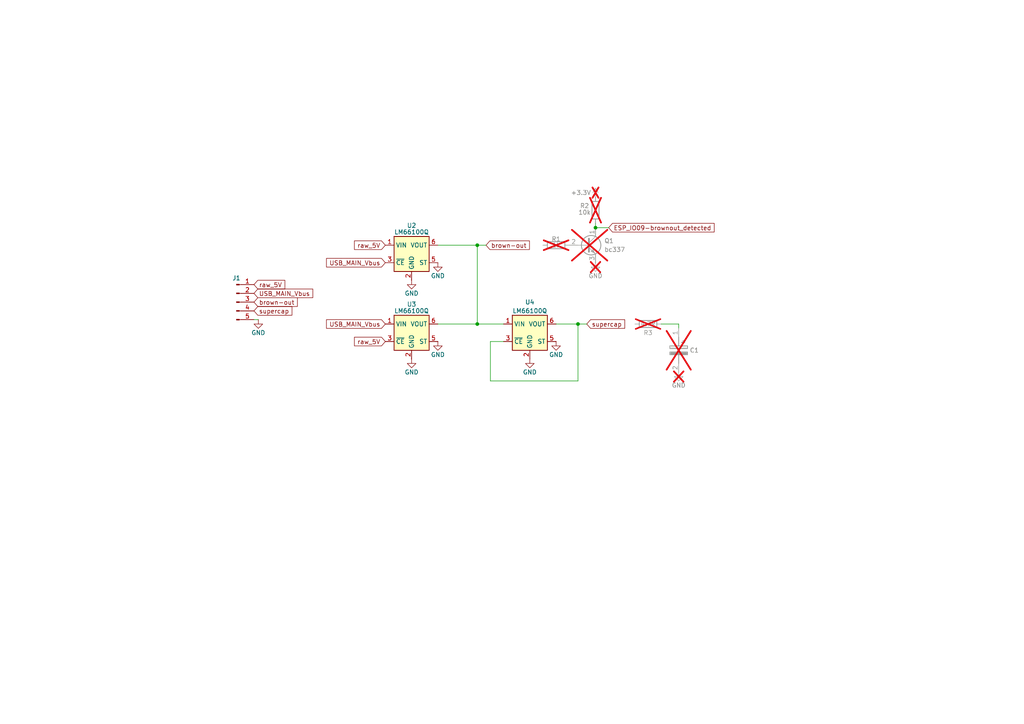
<source format=kicad_sch>
(kicad_sch (version 20250114) (generator "eeschema") (generator_version "9.0")
  (paper "A4")
  (lib_symbols
    (symbol "Connector:Conn_01x05_Pin" (pin_names (offset 1.016) (hide yes))
      (property "Reference" "J" (at 0 7.62 0))
      (property "Value" "Conn_01x05_Pin" (at 0 -7.62 0))
      (symbol "Conn_01x05_Pin_1_1"
        (rectangle (start 0.8636 5.207) (end 0 4.953) (stroke (width 0.1524)) (fill (type outline)))
        (rectangle (start 0.8636 2.667) (end 0 2.413) (stroke (width 0.1524)) (fill (type outline)))
        (rectangle (start 0.8636 0.127) (end 0 -0.127) (stroke (width 0.1524)) (fill (type outline)))
        (rectangle (start 0.8636 -2.413) (end 0 -2.667) (stroke (width 0.1524)) (fill (type outline)))
        (rectangle (start 0.8636 -4.953) (end 0 -5.207) (stroke (width 0.1524)) (fill (type outline)))
        (polyline (pts (xy 1.27 5.08) (xy 0.8636 5.08)) (stroke (width 0.1524)))
        (polyline (pts (xy 1.27 2.54) (xy 0.8636 2.54)) (stroke (width 0.1524)))
        (polyline (pts (xy 1.27 0) (xy 0.8636 0)) (stroke (width 0.1524)))
        (polyline (pts (xy 1.27 -2.54) (xy 0.8636 -2.54)) (stroke (width 0.1524)))
        (polyline (pts (xy 1.27 -5.08) (xy 0.8636 -5.08)) (stroke (width 0.1524)))
        (pin passive line (at 5.08 5.08 180) (length 3.81) (name "Pin_1") (number "1"))
        (pin passive line (at 5.08 2.54 180) (length 3.81) (name "Pin_2") (number "2"))
        (pin passive line (at 5.08 0 180) (length 3.81) (name "Pin_3") (number "3"))
        (pin passive line (at 5.08 -2.54 180) (length 3.81) (name "Pin_4") (number "4"))
        (pin passive line (at 5.08 -5.08 180) (length 3.81) (name "Pin_5") (number "5"))
      )
    )
    (symbol "Device:R" (pin_numbers (hide yes)) (pin_names (offset 0))
      (property "Reference" "R" (at 2.032 0 90))
      (property "Value" "R" (at 0 0 90))
      (symbol "R_0_1"
        (rectangle (start -1.016 -2.54) (end 1.016 2.54) (stroke (width 0.254)))
      )
      (symbol "R_1_1"
        (pin passive line (at 0 3.81 270) (length 1.27) (name "~") (number "1"))
        (pin passive line (at 0 -3.81 90) (length 1.27) (name "~") (number "2"))
      )
    )
    (symbol "Power_Management:LM66100DCK"
      (property "Reference" "U" (at -5.08 6.096 0))
      (property "Value" "LM66100DCK" (at 0.254 -6.35 0))
      (symbol "LM66100DCK_0_1"
        (rectangle (start -5.08 5.08) (end 5.08 -5.08) (stroke (width 0.254)) (fill (type background)))
      )
      (symbol "LM66100DCK_1_1"
        (pin power_in line (at -7.62 2.54 0) (length 2.54) (name "VIN") (number "1"))
        (pin input line (at -7.62 -2.54 0) (length 2.54) (name "~{CE}") (number "3"))
        (pin no_connect line (at 0 5.08 270) (length 2.54) (hide yes) (name "NC") (number "4"))
        (pin power_in line (at 0 -7.62 90) (length 2.54) (name "GND") (number "2"))
        (pin power_out line (at 7.62 2.54 180) (length 2.54) (name "VOUT") (number "6"))
        (pin open_collector line (at 7.62 -2.54 180) (length 2.54) (name "ST") (number "5"))
      )
    )
    (symbol "Transistor_BJT:BC337" (pin_names (offset 0) (hide yes))
      (property "Reference" "Q" (at 5.08 1.905 0))
      (property "Value" "BC337" (at 5.08 0 0))
      (symbol "BC337_0_1"
        (polyline (pts (xy -2.54 0) (xy 0.635 0)))
        (polyline (pts (xy 0.635 1.905) (xy 0.635 -1.905)) (stroke (width 0.508)))
        (circle (center 1.27 0) (radius 2.8194) (stroke (width 0.254)))
      )
      (symbol "BC337_1_1"
        (polyline (pts (xy 0.635 0.635) (xy 2.54 2.54)))
        (polyline (pts (xy 0.635 -0.635) (xy 2.54 -2.54)))
        (polyline (pts (xy 1.27 -1.778) (xy 1.778 -1.27) (xy 2.286 -2.286) (xy 1.27 -1.778)) (fill (type outline)))
        (pin input line (at -5.08 0 0) (length 2.54) (name "B") (number "2"))
        (pin passive line (at 2.54 5.08 270) (length 2.54) (name "C") (number "1"))
        (pin passive line (at 2.54 -5.08 90) (length 2.54) (name "E") (number "3"))
      )
    )
    (symbol "customStuff:supercapacitor_KVR-5R0H105-R" (pin_names (hide yes))
      (property "Reference" "C" (at 8.89 6.35 0))
      (property "Value" "supercapacitor_KVR-5R0H105-R" (at 8.89 3.81 0))
      (symbol "supercapacitor_KVR-5R0H105-R_1_1"
        (polyline (pts (xy 2.54 0) (xy 5.08 0)) (stroke (width 0.254)))
        (polyline (pts (xy 4.064 1.778) (xy 4.064 0.762)) (stroke (width 0.254)))
        (polyline (pts (xy 4.572 1.27) (xy 3.556 1.27)) (stroke (width 0.254)))
        (rectangle (start 5.08 2.54) (end 5.842 -2.54) (stroke (width 0.254)) (fill (type background)))
        (polyline (pts (xy 7.62 2.54) (xy 7.62 -2.54) (xy 6.858 -2.54) (xy 6.858 2.54) (xy 7.62 2.54)) (stroke (width 0.254)) (fill (type outline)))
        (polyline (pts (xy 7.62 0) (xy 10.16 0)) (stroke (width 0.254)))
        (pin passive line (at 0 0 0) (length 2.54) (name "+") (number "1"))
        (pin passive line (at 12.7 0 180) (length 2.54) (name "-") (number "2"))
      )
    )
    (symbol "power:+3.3V" (power) (pin_numbers (hide yes)) (pin_names (offset 0) (hide yes))
      (property "Value" "+3.3V" (at 0 3.556 0))
      (symbol "+3.3V_0_1"
        (polyline (pts (xy -0.762 1.27) (xy 0 2.54)))
        (polyline (pts (xy 0 2.54) (xy 0.762 1.27)))
        (polyline (pts (xy 0 0) (xy 0 2.54)))
      )
      (symbol "+3.3V_1_1"
        (pin power_in line (at 0 0 90) (length 0) (name "~") (number "1"))
      )
    )
    (symbol "power:GND" (power) (pin_numbers (hide yes)) (pin_names (offset 0) (hide yes))
      (property "Value" "GND" (at 0 -3.81 0))
      (symbol "GND_0_1"
        (polyline (pts (xy 0 0) (xy 0 -1.27) (xy 1.27 -1.27) (xy 0 -2.54) (xy -1.27 -1.27) (xy 0 -1.27)))
      )
      (symbol "GND_1_1"
        (pin power_in line (at 0 0 270) (length 0) (name "~") (number "1"))
      )
    )
  )
  (junction (at 138.43 93.98))
  (junction (at 138.43 71.12))
  (junction (at 167.64 93.98))
  (junction (at 172.72 66.04))
  (wire (pts (xy 167.64 93.98) (xy 167.64 110.49)))
  (wire (pts (xy 161.29 93.98) (xy 167.64 93.98)))
  (wire (pts (xy 196.85 93.98) (xy 196.85 95.25)))
  (wire (pts (xy 191.77 93.98) (xy 196.85 93.98)))
  (wire (pts (xy 142.24 99.06) (xy 142.24 110.49)))
  (wire (pts (xy 138.43 93.98) (xy 138.43 71.12)))
  (wire (pts (xy 170.18 93.98) (xy 167.64 93.98)))
  (wire (pts (xy 138.43 71.12) (xy 140.97 71.12)))
  (wire (pts (xy 74.93 92.71) (xy 73.66 92.71)))
  (wire (pts (xy 127 71.12) (xy 138.43 71.12)))
  (wire (pts (xy 172.72 64.77) (xy 172.72 66.04)))
  (wire (pts (xy 138.43 93.98) (xy 146.05 93.98)))
  (wire (pts (xy 142.24 110.49) (xy 167.64 110.49)))
  (wire (pts (xy 172.72 66.04) (xy 176.53 66.04)))
  (wire (pts (xy 127 93.98) (xy 138.43 93.98)))
  (wire (pts (xy 146.05 99.06) (xy 142.24 99.06)))
  (global_label "raw_5V" (shape input) (at 111.76 99.06 180) (property "Intersheetrefs" "${INTERSHEET_REFS}" (effects (hide yes))))
  (global_label "USB_MAIN_Vbus" (shape input) (at 73.66 85.09 0) (property "Intersheetrefs" "${INTERSHEET_REFS}" (effects (hide yes))))
  (global_label "supercap" (shape input) (at 73.66 90.17 0) (property "Intersheetrefs" "${INTERSHEET_REFS}" (effects (hide yes))))
  (global_label "raw_5V" (shape input) (at 111.76 71.12 180) (property "Intersheetrefs" "${INTERSHEET_REFS}" (effects (hide yes))))
  (global_label "supercap" (shape input) (at 170.18 93.98 0) (property "Intersheetrefs" "${INTERSHEET_REFS}" (effects (hide yes))))
  (global_label "raw_5V" (shape input) (at 73.66 82.55 0) (property "Intersheetrefs" "${INTERSHEET_REFS}" (effects (hide yes))))
  (global_label "brown-out" (shape input) (at 140.97 71.12 0) (property "Intersheetrefs" "${INTERSHEET_REFS}" (effects (hide yes))))
  (global_label "ESP_IO09-brownout_detected" (shape input) (at 176.53 66.04 0) (property "Intersheetrefs" "${INTERSHEET_REFS}" (effects (hide yes))))
  (global_label "USB_MAIN_Vbus" (shape input) (at 111.76 76.2 180) (property "Intersheetrefs" "${INTERSHEET_REFS}" (effects (hide yes))))
  (global_label "USB_MAIN_Vbus" (shape input) (at 111.76 93.98 180) (property "Intersheetrefs" "${INTERSHEET_REFS}" (effects (hide yes))))
  (global_label "brown-out" (shape input) (at 73.66 87.63 0) (property "Intersheetrefs" "${INTERSHEET_REFS}" (effects (hide yes))))
  (symbol (lib_id "Connector:Conn_01x05_Pin") (at 68.58 87.63 0) (unit 1)
    (property "Reference" "J1" (at 68.58 80.645 0))
    (property "Value" "Conn_01x05_Pin" (effects (hide yes)))
    (property "Footprint" "Connector_Wire:SolderWire-0.1sqmm_1x05_P3.6mm_D0.4mm_OD1mm" (effects (hide yes)))
    (property "Description" "Generic connector, single row, 01x05, script generated" (effects (hide yes)))
  )
  (symbol (lib_id "power:GND") (at 196.85 107.95 0) (unit 1) (on_board no) (dnp yes)
    (property "Reference" "#PWR07" (effects (hide yes)))
    (property "Value" "GND" (at 196.85 111.76 0))
    (property "Description" "Power symbol creates a global label with name \"GND\" , ground" (effects (hide yes)))
  )
  (symbol (lib_id "Device:R") (at 187.96 93.98 270) (unit 1) (on_board no) (dnp yes)
    (property "Reference" "R3" (at 187.96 96.52 90))
    (property "Value" "4.7R" (at 187.96 93.98 90))
    (property "Footprint" "Resistor_THT:R_Axial_DIN0516_L15.5mm_D5.0mm_P20.32mm_Horizontal" (effects (hide yes)))
    (property "Description" "Resistor" (effects (hide yes)))
  )
  (symbol (lib_id "Device:R") (at 172.72 60.96 0) (mirror y) (unit 1) (on_board no) (dnp yes)
    (property "Reference" "R2" (at 169.545 59.69 0))
    (property "Value" "10k" (at 169.545 61.595 0))
    (property "Footprint" "Resistor_SMD:R_0805_2012Metric" (effects (hide yes)))
    (property "Description" "Resistor" (effects (hide yes)))
  )
  (symbol (lib_id "Power_Management:LM66100DCK") (at 153.67 96.52 0) (unit 1)
    (property "Reference" "U4" (at 153.67 87.63 0))
    (property "Value" "LM66100Q" (at 153.67 90.17 0))
    (property "Footprint" "gps-compass_brd:SOT-363_SC-70-6_wide" (effects (hide yes)))
    (property "Datasheet" "https://www.ti.com/lit/ds/symlink/lm66100.pdf" (effects (hide yes)))
    (property "Description" "Ideal Diode With Input Polarity Protection 1.5 - 5.5V  Input Voltage, 1.5A Output Current, Ron 141 mOhm, SC-70-6" (effects (hide yes)))
  )
  (symbol (lib_id "Device:R") (at 161.29 71.12 90) (unit 1) (on_board no) (dnp yes)
    (property "Reference" "R1" (at 161.29 69.342 90))
    (property "Value" "1k" (at 161.29 71.12 90))
    (property "Footprint" "Resistor_SMD:R_0805_2012Metric" (effects (hide yes)))
    (property "Description" "Resistor" (effects (hide yes)))
  )
  (symbol (lib_id "power:GND") (at 127 99.06 0) (unit 1)
    (property "Reference" "#PWR09" (effects (hide yes)))
    (property "Value" "GND" (at 127 102.87 0))
    (property "Description" "Power symbol creates a global label with name \"GND\" , ground" (effects (hide yes)))
  )
  (symbol (lib_id "power:GND") (at 153.67 104.14 0) (mirror y) (unit 1)
    (property "Reference" "#PWR04" (effects (hide yes)))
    (property "Value" "GND" (at 153.67 107.95 0))
    (property "Description" "Power symbol creates a global label with name \"GND\" , ground" (effects (hide yes)))
  )
  (symbol (lib_id "power:+3.3V") (at 172.72 57.15 0) (mirror y) (unit 1) (on_board no) (dnp yes)
    (property "Reference" "#PWR05" (effects (hide yes)))
    (property "Value" "+3.3V" (at 171.45 55.88 0) (effects (justify left)))
    (property "Description" "Power symbol creates a global label with name \"+3.3V\"" (effects (hide yes)))
  )
  (symbol (lib_id "power:GND") (at 127 76.2 0) (unit 1)
    (property "Reference" "#PWR08" (effects (hide yes)))
    (property "Value" "GND" (at 127 80.01 0))
    (property "Description" "Power symbol creates a global label with name \"GND\" , ground" (effects (hide yes)))
  )
  (symbol (lib_id "power:GND") (at 119.38 81.28 0) (unit 1)
    (property "Reference" "#PWR02" (effects (hide yes)))
    (property "Value" "GND" (at 119.38 85.09 0))
    (property "Description" "Power symbol creates a global label with name \"GND\" , ground" (effects (hide yes)))
  )
  (symbol (lib_id "power:GND") (at 74.93 92.71 0) (unit 1)
    (property "Reference" "#PWR01" (effects (hide yes)))
    (property "Value" "GND" (at 74.93 96.52 0))
    (property "Description" "Power symbol creates a global label with name \"GND\" , ground" (effects (hide yes)))
  )
  (symbol (lib_id "Power_Management:LM66100DCK") (at 119.38 73.66 0) (unit 1)
    (property "Reference" "U2" (at 119.38 65.405 0))
    (property "Value" "LM66100Q" (at 119.38 67.31 0))
    (property "Footprint" "gps-compass_brd:SOT-363_SC-70-6_wide" (effects (hide yes)))
    (property "Datasheet" "https://www.ti.com/lit/ds/symlink/lm66100.pdf" (effects (hide yes)))
    (property "Description" "Ideal Diode With Input Polarity Protection 1.5 - 5.5V  Input Voltage, 1.5A Output Current, Ron 141 mOhm, SC-70-6" (effects (hide yes)))
  )
  (symbol (lib_id "Power_Management:LM66100DCK") (at 119.38 96.52 0) (unit 1)
    (property "Reference" "U3" (at 119.38 88.265 0))
    (property "Value" "LM66100Q" (at 119.38 90.17 0))
    (property "Footprint" "gps-compass_brd:SOT-363_SC-70-6_wide" (effects (hide yes)))
    (property "Datasheet" "https://www.ti.com/lit/ds/symlink/lm66100.pdf" (effects (hide yes)))
    (property "Description" "Ideal Diode With Input Polarity Protection 1.5 - 5.5V  Input Voltage, 1.5A Output Current, Ron 141 mOhm, SC-70-6" (effects (hide yes)))
  )
  (symbol (lib_id "power:GND") (at 119.38 104.14 0) (unit 1)
    (property "Reference" "#PWR03" (effects (hide yes)))
    (property "Value" "GND" (at 119.38 107.95 0))
    (property "Description" "Power symbol creates a global label with name \"GND\" , ground" (effects (hide yes)))
  )
  (symbol (lib_id "power:GND") (at 161.29 99.06 0) (unit 1)
    (property "Reference" "#PWR010" (effects (hide yes)))
    (property "Value" "GND" (at 161.29 102.87 0))
    (property "Description" "Power symbol creates a global label with name \"GND\" , ground" (effects (hide yes)))
  )
  (symbol (lib_id "customStuff:supercapacitor_KVR-5R0H105-R") (at 196.85 95.25 270) (unit 1) (on_board no) (dnp yes)
    (property "Reference" "C1" (at 200.025 101.6 90) (effects (justify left)))
    (property "Value" "supercapacitor_KVR-5R0H105-R" (effects (hide yes)))
    (property "Footprint" "customStuff:supercapacitor_KVR5R0H105R" (effects (hide yes)))
    (property "Datasheet" "https://www.eaton.com/content/dam/eaton/products/electronic-components/resources/data-sheet/eaton-kvr-supercapacitors-coin-cells-data-sheet-elx1175-en.pdf" (effects (hide yes)))
    (property "Description" "Eaton Corporation Eaton Supercapacitor, KVR Coin Cell, 5.0V,1F,30ohm,vert" (effects (hide yes)))
    (property "Height" "6.3" (effects (hide yes)))
    (property "Manufacturer_Name" "Eaton" (effects (hide yes)))
    (property "Manufacturer_Part_Number" "KVR-5R0H105-R" (effects (hide yes)))
  )
  (symbol (lib_id "power:GND") (at 172.72 76.2 0) (unit 1) (on_board no) (dnp yes)
    (property "Reference" "#PWR06" (effects (hide yes)))
    (property "Value" "GND" (at 172.72 80.01 0))
    (property "Description" "Power symbol creates a global label with name \"GND\" , ground" (effects (hide yes)))
  )
  (symbol (lib_id "Transistor_BJT:BC337") (at 170.18 71.12 0) (unit 1) (on_board no) (dnp yes)
    (property "Reference" "Q1" (at 175.26 69.85 0) (effects (justify left)))
    (property "Value" "bc337" (at 175.26 72.39 0) (effects (justify left)))
    (property "Footprint" "Package_TO_SOT_THT:TO-92_HandSolder" (effects (hide yes)))
    (property "Datasheet" "https://diotec.com/tl_files/diotec/files/pdf/datasheets/bc337.pdf" (effects (hide yes)))
    (property "Description" "0.8A Ic, 45V Vce, NPN Transistor, TO-92" (effects (hide yes)))
  )
)
</source>
